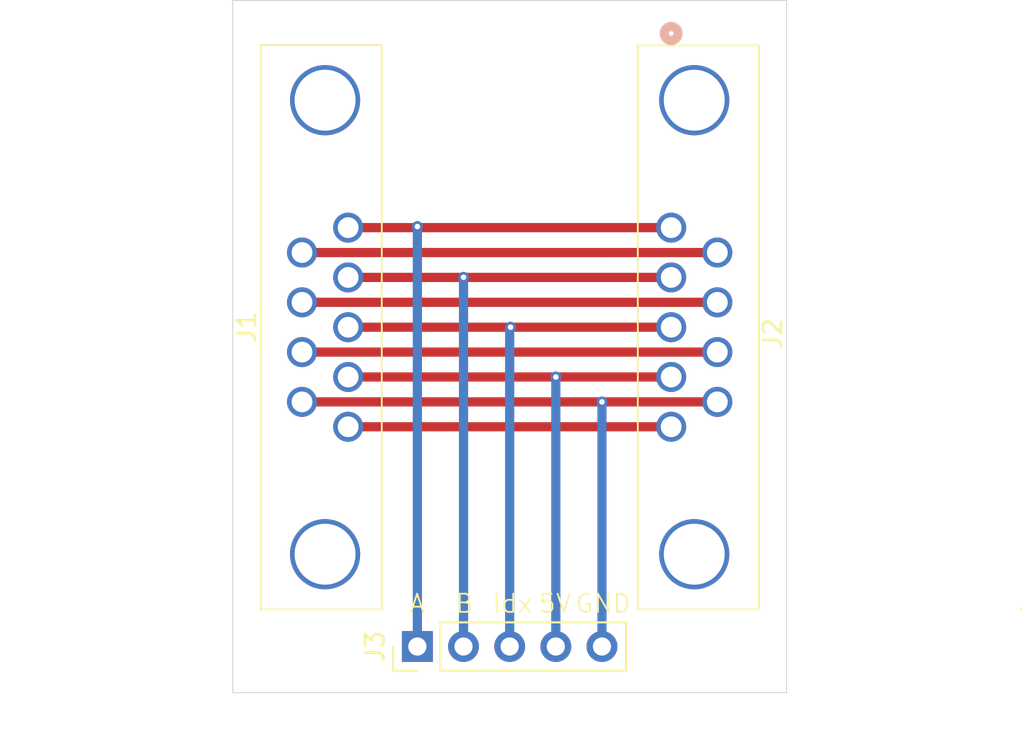
<source format=kicad_pcb>
(kicad_pcb (version 20240108) (generator "pcbnew") (generator_version "8.0")
  (layers (0 "F.Cu" signal) (31 "B.Cu" signal) (34 "B.Paste" user) (35 "F.Paste" user) (36 "B.SilkS" user "B.Silkscreen") (37 "F.SilkS" user "F.Silkscreen") (38 "B.Mask" user) (39 "F.Mask" user) (44 "Edge.Cuts" user))
  (net 0 "")
  (net 1 "Net-(J3-Pin_4)")
  (net 2 "Net-(J1-Pad8)")
  (net 3 "Net-(J3-Pin_5)")
  (net 4 "Net-(J3-Pin_1)")
  (net 5 "Net-(J1-Pad5)")
  (net 6 "Net-(J1-Pad7)")
  (net 7 "Net-(J3-Pin_3)")
  (net 8 "Net-(J3-Pin_2)")
  (net 9 "Net-(J1-Pad6)")
  (footprint "Custom Parts:DB9 Male Mount" (layer "F.Cu") (at 112.790001 63.705 90)
    (property "Reference" "J1" (at 0 7.351999 90) (layer "F.SilkS"))
    (property "Value" "DE9_Plug")
    (fp_rect (start -15.5321 8.128) (end 15.5321 14.791) (stroke (width 0.1)) (fill none) (layer "F.SilkS"))
    (pad "" thru_hole circle (at -12.495 11.669999 90) (size 3.8608 3.8608) (drill 3.3528) (layers "*.Cu" "*.Mask"))
    (pad "" thru_hole circle (at 12.495 11.669999 90) (size 3.8608 3.8608) (drill 3.3528) (layers "*.Cu" "*.Mask"))
    (pad "1" thru_hole circle (at 5.479999 12.94 90) (size 1.651 1.651) (drill 1.143) (layers "*.Cu" "*.Mask") (net 4 "Net-(J3-Pin_1)"))
    (pad "2" thru_hole circle (at 2.74 12.94 90) (size 1.651 1.651) (drill 1.143) (layers "*.Cu" "*.Mask") (net 8 "Net-(J3-Pin_2)"))
    (pad "3" thru_hole circle (at 0 12.94 90) (size 1.651 1.651) (drill 1.143) (layers "*.Cu" "*.Mask") (net 7 "Net-(J3-Pin_3)"))
    (pad "4" thru_hole circle (at -2.74 12.94 90) (size 1.651 1.651) (drill 1.143) (layers "*.Cu" "*.Mask") (net 1 "Net-(J3-Pin_4)"))
    (pad "5" thru_hole circle (at -5.479999 12.94 90) (size 1.651 1.651) (drill 1.143) (layers "*.Cu" "*.Mask") (net 5 "Net-(J1-Pad5)"))
    (pad "6" thru_hole circle (at 4.109999 10.4 90) (size 1.651 1.651) (drill 1.143) (layers "*.Cu" "*.Mask") (net 9 "Net-(J1-Pad6)"))
    (pad "7" thru_hole circle (at 1.37 10.4 90) (size 1.651 1.651) (drill 1.143) (layers "*.Cu" "*.Mask") (net 6 "Net-(J1-Pad7)"))
    (pad "8" thru_hole circle (at -1.37 10.4 90) (size 1.651 1.651) (drill 1.143) (layers "*.Cu" "*.Mask") (net 2 "Net-(J1-Pad8)"))
    (pad "9" thru_hole circle (at -4.109999 10.4 90) (size 1.651 1.651) (drill 1.143) (layers "*.Cu" "*.Mask") (net 3 "Net-(J3-Pin_5)"))
  )
  (footprint "Connector_PinHeader_2.54mm:PinHeader_1x05_P2.54mm_Vertical" (layer "F.Cu") (at 129.54 81.28 90)
    (property "Reference" "J3" (at 0 -2.33 -90) (layer "F.SilkS"))
    (property "Value" "Conn_01x05")
    (fp_line (start -1.33 -1.33) (end 0 -1.33) (stroke (width 0.12)) (layer "F.SilkS"))
    (fp_line (start -1.33 0) (end -1.33 -1.33) (stroke (width 0.12)) (layer "F.SilkS"))
    (fp_line (start 1.33 1.27) (end 1.33 11.49) (stroke (width 0.12)) (layer "F.SilkS"))
    (fp_line (start -1.33 1.27) (end 1.33 1.27) (stroke (width 0.12)) (layer "F.SilkS"))
    (fp_line (start -1.33 1.27) (end -1.33 11.49) (stroke (width 0.12)) (layer "F.SilkS"))
    (fp_line (start -1.33 11.49) (end 1.33 11.49) (stroke (width 0.12)) (layer "F.SilkS"))
    (pad "1" thru_hole rect (at 0 0 90) (size 1.7 1.7) (drill 1) (layers "*.Cu" "*.Mask") (net 4 "Net-(J3-Pin_1)"))
    (pad "2" thru_hole oval (at 0 2.54 90) (size 1.7 1.7) (drill 1) (layers "*.Cu" "*.Mask") (net 8 "Net-(J3-Pin_2)"))
    (pad "3" thru_hole oval (at 0 5.08 90) (size 1.7 1.7) (drill 1) (layers "*.Cu" "*.Mask") (net 7 "Net-(J3-Pin_3)"))
    (pad "4" thru_hole oval (at 0 7.62 90) (size 1.7 1.7) (drill 1) (layers "*.Cu" "*.Mask") (net 1 "Net-(J3-Pin_4)"))
    (pad "5" thru_hole oval (at 0 10.16 90) (size 1.7 1.7) (drill 1) (layers "*.Cu" "*.Mask") (net 3 "Net-(J3-Pin_5)"))
  )
  (footprint "Custom Parts:DB9 Female Mount" (layer "F.Cu") (at 143.51 58.225002 90)
    (property "Reference" "J2" (at -5.842 5.588 90) (layer "F.SilkS"))
    (property "Value" "DE9_Receptacle")
    (fp_circle (center 10.686998 0) (end 11.067998 0) (stroke (width 0.508)) (fill none) (layer "B.SilkS"))
    (fp_line (start -21.011997 19.237003) (end -21.011997 19.237003) (stroke (width 0.1524)) (layer "F.SilkS"))
    (fp_rect (start -21.011997 -1.836999) (end 10.033 4.826) (stroke (width 0.1)) (fill none) (layer "F.SilkS"))
    (fp_circle (center 10.686998 0) (end 11.067998 0) (stroke (width 0.508)) (fill none) (layer "F.SilkS"))
    (pad "" thru_hole circle (at -17.974998 1.27 90) (size 3.8608 3.8608) (drill 3.3528) (layers "*.Cu" "*.Mask"))
    (pad "" thru_hole circle (at 7.015 1.27 90) (size 3.8608 3.8608) (drill 3.3528) (layers "*.Cu" "*.Mask"))
    (pad "1" thru_hole circle (at 0 0 90) (size 1.651 1.651) (drill 1.143) (layers "*.Cu" "*.Mask") (net 4 "Net-(J3-Pin_1)"))
    (pad "2" thru_hole circle (at -2.74 0 90) (size 1.651 1.651) (drill 1.143) (layers "*.Cu" "*.Mask") (net 8 "Net-(J3-Pin_2)"))
    (pad "3" thru_hole circle (at -5.479999 0 90) (size 1.651 1.651) (drill 1.143) (layers "*.Cu" "*.Mask") (net 7 "Net-(J3-Pin_3)"))
    (pad "4" thru_hole circle (at -8.219999 0 90) (size 1.651 1.651) (drill 1.143) (layers "*.Cu" "*.Mask") (net 1 "Net-(J3-Pin_4)"))
    (pad "5" thru_hole circle (at -10.959998 0 90) (size 1.651 1.651) (drill 1.143) (layers "*.Cu" "*.Mask") (net 5 "Net-(J1-Pad5)"))
    (pad "6" thru_hole circle (at -1.37 2.54 90) (size 1.651 1.651) (drill 1.143) (layers "*.Cu" "*.Mask") (net 9 "Net-(J1-Pad6)"))
    (pad "7" thru_hole circle (at -4.109999 2.54 90) (size 1.651 1.651) (drill 1.143) (layers "*.Cu" "*.Mask") (net 6 "Net-(J1-Pad7)"))
    (pad "8" thru_hole circle (at -6.849999 2.54 90) (size 1.651 1.651) (drill 1.143) (layers "*.Cu" "*.Mask") (net 2 "Net-(J1-Pad8)"))
    (pad "9" thru_hole circle (at -9.589999 2.54 90) (size 1.651 1.651) (drill 1.143) (layers "*.Cu" "*.Mask") (net 3 "Net-(J3-Pin_5)"))
  )
  (gr_rect (start 119.38 45.72) (end 149.86 83.82) (stroke (width 0.05)) (fill none) (layer "Edge.Cuts"))
  (gr_text "5V" (at 136.144 79.502 0) (layer "F.SilkS") (effects (font (size 1 1) (thickness 0.1)) (justify left bottom)))
  (gr_text "B" (at 131.572 79.502 0) (layer "F.SilkS") (effects (font (size 1 1) (thickness 0.1)) (justify left bottom)))
  (gr_text "Idx" (at 133.604 79.502 0) (layer "F.SilkS") (effects (font (size 1 1) (thickness 0.1)) (justify left bottom)))
  (gr_text "GND" (at 138.176 79.502 0) (layer "F.SilkS") (effects (font (size 1 1) (thickness 0.1)) (justify left bottom)))
  (gr_text "A" (at 129.032 79.502 0) (layer "F.SilkS") (effects (font (size 1 1) (thickness 0.1)) (justify left bottom)))
  (segment (start 137.1586 66.445) (end 137.16 66.4464) (width 0.2) (layer "F.Cu") (net 1))
  (segment (start 125.730001 66.445) (end 137.1586 66.445) (width 0.508) (layer "F.Cu") (net 1))
  (segment (start 137.1614 66.445) (end 143.509999 66.445) (width 0.508) (layer "F.Cu") (net 1))
  (segment (start 137.16 66.4464) (end 137.1614 66.445) (width 0.2) (layer "F.Cu") (net 1))
  (segment (start 143.509999 66.445) (end 143.51 66.445001) (width 0.2) (layer "F.Cu") (net 1))
  (via (at 137.16 66.4464) (size 0.6) (drill 0.3) (layers "F.Cu" "B.Cu") (net 1))
  (segment (start 137.16 81.28) (end 137.16 66.4464) (width 0.508) (layer "B.Cu") (net 1))
  (segment (start 146.049999 65.075) (end 146.05 65.075001) (width 0.2) (layer "F.Cu") (net 2))
  (segment (start 123.190001 65.075) (end 146.049999 65.075) (width 0.508) (layer "F.Cu") (net 2))
  (segment (start 143.7317 67.814999) (end 143.731702 67.815001) (width 0.2) (layer "F.Cu") (net 3))
  (segment (start 143.731702 67.815001) (end 146.05 67.815001) (width 0.508) (layer "F.Cu") (net 3))
  (segment (start 139.7 67.818) (end 139.703001 67.814999) (width 0.2) (layer "F.Cu") (net 3))
  (segment (start 139.703001 67.814999) (end 143.7317 67.814999) (width 0.508) (layer "F.Cu") (net 3))
  (segment (start 123.190001 67.814999) (end 139.696999 67.814999) (width 0.508) (layer "F.Cu") (net 3))
  (segment (start 139.696999 67.814999) (end 139.7 67.818) (width 0.2) (layer "F.Cu") (net 3))
  (via (at 139.7 67.818) (size 0.6) (drill 0.3) (layers "F.Cu" "B.Cu") (net 3))
  (segment (start 139.7 81.28) (end 139.7 67.818) (width 0.508) (layer "B.Cu") (net 3))
  (segment (start 129.54 58.166) (end 129.599001 58.225001) (width 0.2) (layer "F.Cu") (net 4))
  (segment (start 129.599001 58.225001) (end 143.509999 58.225001) (width 0.508) (layer "F.Cu") (net 4))
  (segment (start 143.509999 58.225001) (end 143.51 58.225002) (width 0.2) (layer "F.Cu") (net 4))
  (segment (start 125.730001 58.225001) (end 129.480999 58.225001) (width 0.508) (layer "F.Cu") (net 4))
  (segment (start 129.480999 58.225001) (end 129.54 58.166) (width 0.2) (layer "F.Cu") (net 4))
  (via (at 129.54 58.166) (size 0.6) (drill 0.3) (layers "F.Cu" "B.Cu") (net 4))
  (segment (start 129.54 81.28) (end 129.54 58.166) (width 0.508) (layer "B.Cu") (net 4))
  (segment (start 143.509999 69.184999) (end 143.51 69.185) (width 0.2) (layer "F.Cu") (net 5))
  (segment (start 125.730001 69.184999) (end 143.509999 69.184999) (width 0.508) (layer "F.Cu") (net 5))
  (segment (start 146.049999 62.335) (end 146.05 62.335001) (width 0.2) (layer "F.Cu") (net 6))
  (segment (start 123.190001 62.335) (end 146.049999 62.335) (width 0.508) (layer "F.Cu") (net 6))
  (segment (start 143.509999 63.705) (end 143.51 63.705001) (width 0.2) (layer "F.Cu") (net 7))
  (segment (start 134.669 63.705) (end 143.509999 63.705) (width 0.508) (layer "F.Cu") (net 7))
  (segment (start 125.730001 63.705) (end 134.571 63.705) (width 0.508) (layer "F.Cu") (net 7))
  (via (at 134.669 63.705) (size 0.6) (drill 0.3) (layers "F.Cu" "B.Cu") (net 7))
  (segment (start 134.669 63.705) (end 134.62 63.754) (width 0.508) (layer "B.Cu") (net 7))
  (segment (start 134.62 63.754) (end 134.62 81.28) (width 0.508) (layer "B.Cu") (net 7))
  (segment (start 132.08 60.96) (end 132.085 60.965) (width 0.2) (layer "F.Cu") (net 8))
  (segment (start 132.075 60.965) (end 132.08 60.96) (width 0.2) (layer "F.Cu") (net 8))
  (segment (start 143.509998 60.965) (end 143.51 60.965002) (width 0.2) (layer "F.Cu") (net 8))
  (segment (start 125.730001 60.965) (end 132.075 60.965) (width 0.508) (layer "F.Cu") (net 8))
  (segment (start 132.085 60.965) (end 143.509998 60.965) (width 0.508) (layer "F.Cu") (net 8))
  (via (at 132.08 60.96) (size 0.6) (drill 0.3) (layers "F.Cu" "B.Cu") (net 8))
  (segment (start 132.08 81.28) (end 132.08 60.96) (width 0.508) (layer "B.Cu") (net 8))
  (segment (start 139.7 59.5884) (end 139.706601 59.595001) (width 0.2) (layer "F.Cu") (net 9))
  (segment (start 123.190001 59.595001) (end 139.693399 59.595001) (width 0.508) (layer "F.Cu") (net 9))
  (segment (start 139.693399 59.595001) (end 139.7 59.5884) (width 0.2) (layer "F.Cu") (net 9))
  (segment (start 139.706601 59.595001) (end 146.049999 59.595001) (width 0.508) (layer "F.Cu") (net 9))
  (segment (start 146.049999 59.595001) (end 146.05 59.595002) (width 0.2) (layer "F.Cu") (net 9))
)
</source>
